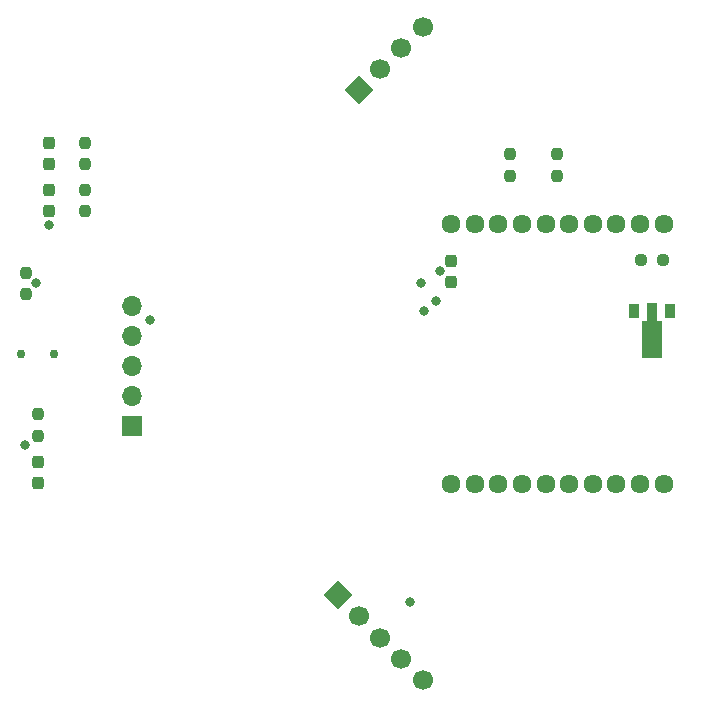
<source format=gts>
G04 #@! TF.GenerationSoftware,KiCad,Pcbnew,(6.0.1)*
G04 #@! TF.CreationDate,2022-02-26T15:30:00+09:00*
G04 #@! TF.ProjectId,xbee-gyro20220207,78626565-2d67-4797-926f-323032323032,V1.1*
G04 #@! TF.SameCoordinates,Original*
G04 #@! TF.FileFunction,Soldermask,Top*
G04 #@! TF.FilePolarity,Negative*
%FSLAX46Y46*%
G04 Gerber Fmt 4.6, Leading zero omitted, Abs format (unit mm)*
G04 Created by KiCad (PCBNEW (6.0.1)) date 2022-02-26 15:30:00*
%MOMM*%
%LPD*%
G01*
G04 APERTURE LIST*
G04 Aperture macros list*
%AMRoundRect*
0 Rectangle with rounded corners*
0 $1 Rounding radius*
0 $2 $3 $4 $5 $6 $7 $8 $9 X,Y pos of 4 corners*
0 Add a 4 corners polygon primitive as box body*
4,1,4,$2,$3,$4,$5,$6,$7,$8,$9,$2,$3,0*
0 Add four circle primitives for the rounded corners*
1,1,$1+$1,$2,$3*
1,1,$1+$1,$4,$5*
1,1,$1+$1,$6,$7*
1,1,$1+$1,$8,$9*
0 Add four rect primitives between the rounded corners*
20,1,$1+$1,$2,$3,$4,$5,0*
20,1,$1+$1,$4,$5,$6,$7,0*
20,1,$1+$1,$6,$7,$8,$9,0*
20,1,$1+$1,$8,$9,$2,$3,0*%
%AMHorizOval*
0 Thick line with rounded ends*
0 $1 width*
0 $2 $3 position (X,Y) of the first rounded end (center of the circle)*
0 $4 $5 position (X,Y) of the second rounded end (center of the circle)*
0 Add line between two ends*
20,1,$1,$2,$3,$4,$5,0*
0 Add two circle primitives to create the rounded ends*
1,1,$1,$2,$3*
1,1,$1,$4,$5*%
%AMRotRect*
0 Rectangle, with rotation*
0 The origin of the aperture is its center*
0 $1 length*
0 $2 width*
0 $3 Rotation angle, in degrees counterclockwise*
0 Add horizontal line*
21,1,$1,$2,0,0,$3*%
%AMFreePoly0*
4,1,9,3.862500,-0.866500,0.737500,-0.866500,0.737500,-0.450000,-0.737500,-0.450000,-0.737500,0.450000,0.737500,0.450000,0.737500,0.866500,3.862500,0.866500,3.862500,-0.866500,3.862500,-0.866500,$1*%
G04 Aperture macros list end*
%ADD10RoundRect,0.237500X0.237500X-0.287500X0.237500X0.287500X-0.237500X0.287500X-0.237500X-0.287500X0*%
%ADD11RoundRect,0.237500X0.237500X-0.250000X0.237500X0.250000X-0.237500X0.250000X-0.237500X-0.250000X0*%
%ADD12C,1.612800*%
%ADD13RotRect,1.700000X1.700000X45.000000*%
%ADD14HorizOval,1.700000X0.000000X0.000000X0.000000X0.000000X0*%
%ADD15RoundRect,0.237500X0.250000X0.237500X-0.250000X0.237500X-0.250000X-0.237500X0.250000X-0.237500X0*%
%ADD16R,0.900000X1.300000*%
%ADD17FreePoly0,270.000000*%
%ADD18RoundRect,0.237500X-0.237500X0.250000X-0.237500X-0.250000X0.237500X-0.250000X0.237500X0.250000X0*%
%ADD19RoundRect,0.237500X0.237500X-0.300000X0.237500X0.300000X-0.237500X0.300000X-0.237500X-0.300000X0*%
%ADD20RotRect,1.700000X1.700000X135.000000*%
%ADD21HorizOval,1.700000X0.000000X0.000000X0.000000X0.000000X0*%
%ADD22C,0.750000*%
%ADD23R,1.700000X1.700000*%
%ADD24O,1.700000X1.700000*%
%ADD25C,0.800000*%
G04 APERTURE END LIST*
D10*
X48000000Y-102875000D03*
X48000000Y-101125000D03*
D11*
X87000000Y-99912500D03*
X87000000Y-98087500D03*
D12*
X100000000Y-104000000D03*
X98000000Y-104000000D03*
X96000000Y-104000000D03*
X94000000Y-104000000D03*
X92000000Y-104000000D03*
X90000000Y-104000000D03*
X88000000Y-104000000D03*
X86000000Y-104000000D03*
X84000000Y-104000000D03*
X82000000Y-104000000D03*
X82000000Y-126000000D03*
X84000000Y-126000000D03*
X86000000Y-126000000D03*
X88000000Y-126000000D03*
X90000000Y-126000000D03*
X92000000Y-126000000D03*
X94000000Y-126000000D03*
X96000000Y-126000000D03*
X98000000Y-126000000D03*
X100000000Y-126000000D03*
D11*
X51000000Y-98912500D03*
X51000000Y-97087500D03*
D13*
X72407900Y-135407900D03*
D14*
X74203951Y-137203951D03*
X76000002Y-139000002D03*
X77796054Y-140796054D03*
X79592105Y-142592105D03*
D15*
X99912500Y-107000000D03*
X98087500Y-107000000D03*
D11*
X91000000Y-99912500D03*
X91000000Y-98087500D03*
D16*
X100500000Y-111350000D03*
D17*
X99000000Y-111437500D03*
D16*
X97500000Y-111350000D03*
D18*
X47000000Y-120087500D03*
X47000000Y-121912500D03*
D10*
X48000000Y-98875000D03*
X48000000Y-97125000D03*
D11*
X51000000Y-102912500D03*
X51000000Y-101087500D03*
D19*
X82000000Y-108862500D03*
X82000000Y-107137500D03*
D20*
X74200000Y-92669300D03*
D21*
X75996051Y-90873249D03*
X77792102Y-89077198D03*
X79588154Y-87281146D03*
D11*
X46000000Y-109912500D03*
X46000000Y-108087500D03*
D10*
X47000000Y-125875000D03*
X47000000Y-124125000D03*
D22*
X48375000Y-115000000D03*
X45625000Y-115000000D03*
D23*
X55025000Y-121050000D03*
D24*
X55025000Y-118510000D03*
X55025000Y-115970000D03*
X55025000Y-113430000D03*
X55025000Y-110890000D03*
D25*
X79451000Y-108982300D03*
X79715800Y-111350000D03*
X80726400Y-110479300D03*
X48000000Y-104044400D03*
X45913400Y-122643200D03*
X78551600Y-136013900D03*
X56478000Y-112071100D03*
X46859800Y-108947300D03*
X81056300Y-107965900D03*
M02*

</source>
